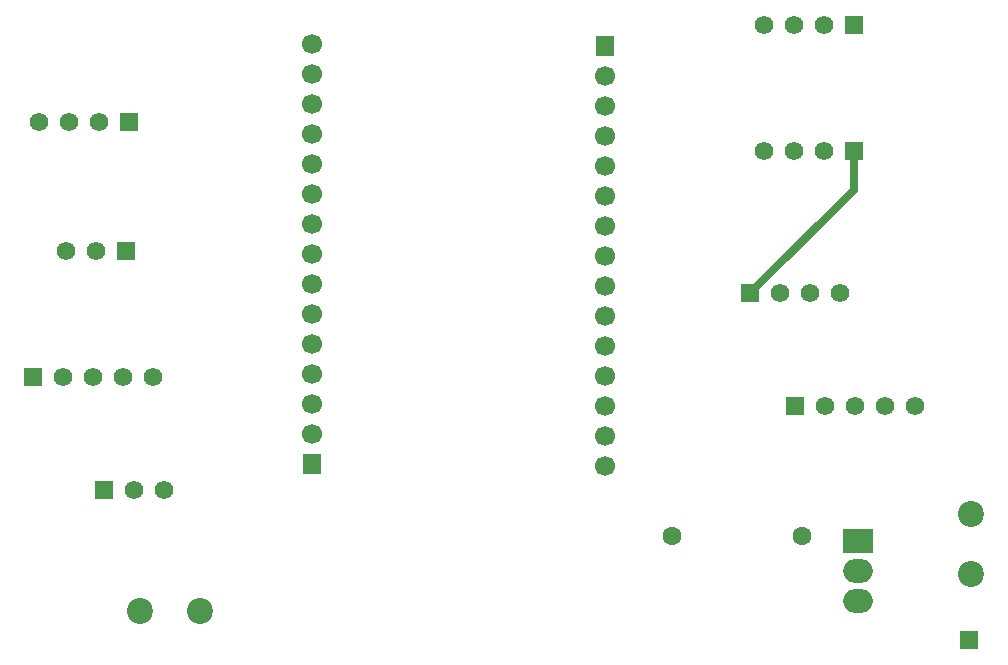
<source format=gtl>
G04 Layer: TopLayer*
G04 EasyEDA v6.5.47, 2024-09-30 22:34:30*
G04 bdf4dfcfd05a44bdb46dd20b3567a466,39c71444916b4af6a8c7195bd55d5f94,10*
G04 Gerber Generator version 0.2*
G04 Scale: 100 percent, Rotated: No, Reflected: No *
G04 Dimensions in millimeters *
G04 leading zeros omitted , absolute positions ,4 integer and 5 decimal *
%FSLAX45Y45*%
%MOMM*%

%AMMACRO1*21,1,$1,$2,0,0,$3*%
%ADD10C,0.7000*%
%ADD11C,1.5748*%
%ADD12R,1.5748X1.5748*%
%ADD13C,1.7000*%
%ADD14R,1.5748X1.7000*%
%ADD15C,2.2000*%
%ADD16MACRO1,2.0015X2.4994X-90.0000*%
%ADD17O,2.4999949999999997X1.9999959999999999*%
%ADD18C,1.6000*%

%LPD*%
D10*
X8039100Y6807200D02*
G01*
X8915400Y7683500D01*
X8915400Y8013700D01*
D11*
G01*
X2984500Y6096000D03*
G01*
X2730500Y6096000D03*
G01*
X2476500Y6096000D03*
G01*
X2222500Y6096000D03*
D12*
G01*
X1968500Y6096000D03*
D11*
G01*
X9436100Y5854700D03*
G01*
X9182100Y5854700D03*
G01*
X8928100Y5854700D03*
G01*
X8674100Y5854700D03*
D12*
G01*
X8420100Y5854700D03*
G01*
X8915400Y8013700D03*
D11*
G01*
X8661400Y8013700D03*
G01*
X8407400Y8013700D03*
G01*
X8153400Y8013700D03*
D12*
G01*
X8039100Y6807200D03*
D11*
G01*
X8293100Y6807200D03*
G01*
X8547100Y6807200D03*
G01*
X8801100Y6807200D03*
D12*
G01*
X2781300Y8255000D03*
D11*
G01*
X2527300Y8255000D03*
G01*
X2273300Y8255000D03*
G01*
X2019300Y8255000D03*
D12*
G01*
X8915400Y9080500D03*
D11*
G01*
X8661400Y9080500D03*
G01*
X8407400Y9080500D03*
G01*
X8153400Y9080500D03*
D12*
G01*
X2565400Y5143500D03*
D11*
G01*
X2819400Y5143500D03*
G01*
X3073400Y5143500D03*
D12*
G01*
X2755900Y7162800D03*
D11*
G01*
X2501900Y7162800D03*
G01*
X2247900Y7162800D03*
D12*
G01*
X9893300Y3873500D03*
D13*
G01*
X4330700Y8915400D03*
G01*
X4330700Y8661400D03*
G01*
X4330700Y8407400D03*
G01*
X4330700Y8153400D03*
G01*
X4330700Y7899400D03*
G01*
X4330700Y7645400D03*
G01*
X4330700Y7391400D03*
G01*
X4330700Y7137400D03*
G01*
X4330700Y6883400D03*
G01*
X4330700Y6629400D03*
G01*
X4330700Y6375400D03*
G01*
X4330700Y6121400D03*
G01*
X4330700Y5867400D03*
G01*
X4330700Y5613400D03*
D14*
G01*
X4330700Y5359400D03*
D13*
G01*
X6807200Y5346700D03*
G01*
X6807200Y5600700D03*
G01*
X6807200Y5854700D03*
G01*
X6807200Y6108700D03*
G01*
X6807200Y6362700D03*
G01*
X6807200Y6616700D03*
G01*
X6807200Y6870700D03*
G01*
X6807200Y7124700D03*
G01*
X6807200Y7378700D03*
G01*
X6807200Y7632700D03*
G01*
X6807200Y7886700D03*
G01*
X6807200Y8140700D03*
G01*
X6807200Y8394700D03*
G01*
X6807200Y8648700D03*
D14*
G01*
X6807200Y8902700D03*
D15*
G01*
X9906000Y4432300D03*
G01*
X9906000Y4940300D03*
G01*
X2870200Y4114800D03*
G01*
X3378200Y4114800D03*
D16*
G01*
X8953500Y4711700D03*
D17*
G01*
X8953500Y4203700D03*
G01*
X8953500Y4457700D03*
D18*
G01*
X7374813Y4749800D03*
G01*
X8474811Y4749800D03*
M02*

</source>
